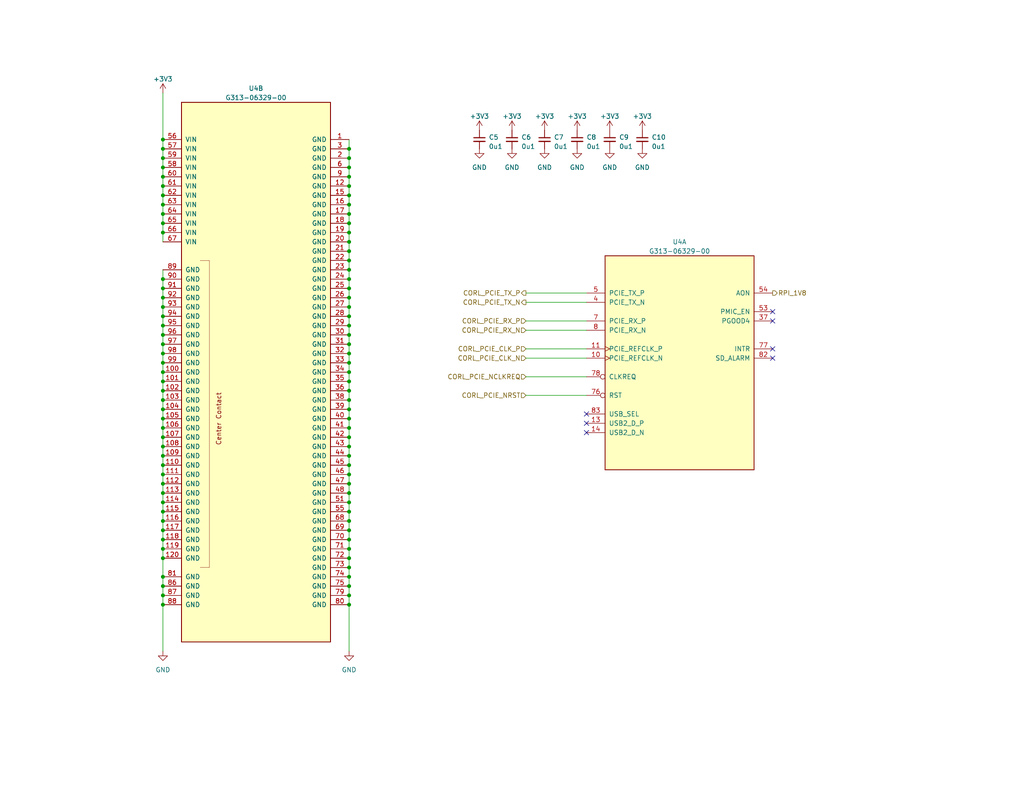
<source format=kicad_sch>
(kicad_sch (version 20210406) (generator eeschema)
  (paper "USLetter")
  (title_block (title "FlySensei RPi Stack - AI Subsystem") (date "2021-05-24") (rev "0.1") (company "George Mason University"))
  (lib_symbols
    (symbol "AI_Coral:G313-06329-00" (pin_names (offset 1.016))
      (property "Reference" "U" (at -24.13 13.97 0))
      (property "Value" "G313-06329-00" (at -24.13 11.43 0))
      (symbol "G313-06329-00_1_0"
        (rectangle (start -20.32 10.16) (end 20.32 -48.26) (stroke (width 0.254)) (fill (type background)))
      )
      (symbol "G313-06329-00_1_1"
        (pin input clock (at -25.4 -17.78 0) (length 5.08) (name "PCIE_REFCLK_N") (number "10"))
        (pin input clock (at -25.4 -15.24 0) (length 5.08) (name "PCIE_REFCLK_P") (number "11"))
        (pin bidirectional line (at -25.4 -35.56 0) (length 5.08) (name "USB2_D_P") (number "13"))
        (pin bidirectional line (at -25.4 -38.1 0) (length 5.08) (name "USB2_D_N") (number "14"))
        (pin output line (at 25.4 -7.62 180) (length 5.08) (name "PGOOD4") (number "37"))
        (pin output line (at -25.4 -2.54 0) (length 5.08) (name "PCIE_TX_N") (number "4"))
        (pin no_connect line (at 25.4 -27.94 180) (length 5.08) hide (name "RESERVED") (number "49"))
        (pin output line (at -25.4 0 0) (length 5.08) (name "PCIE_TX_P") (number "5"))
        (pin no_connect line (at 25.4 -30.48 180) (length 5.08) hide (name "RESERVED") (number "50"))
        (pin no_connect line (at 25.4 -33.02 180) (length 5.08) hide (name "RESERVED") (number "52"))
        (pin input line (at 25.4 -5.08 180) (length 5.08) (name "PMIC_EN") (number "53"))
        (pin power_in line (at 25.4 0 180) (length 5.08) (name "AON") (number "54"))
        (pin input line (at -25.4 -7.62 0) (length 5.08) (name "PCIE_RX_P") (number "7"))
        (pin input inverted (at -25.4 -27.94 0) (length 5.08) (name "RST") (number "76"))
        (pin output line (at 25.4 -15.24 180) (length 5.08) (name "INTR") (number "77"))
        (pin bidirectional inverted (at -25.4 -22.86 0) (length 5.08) (name "CLKREQ") (number "78"))
        (pin input line (at -25.4 -10.16 0) (length 5.08) (name "PCIE_RX_N") (number "8"))
        (pin output line (at 25.4 -17.78 180) (length 5.08) (name "SD_ALARM") (number "82"))
        (pin input line (at -25.4 -33.02 0) (length 5.08) (name "USB_SEL") (number "83"))
        (pin no_connect line (at 25.4 -35.56 180) (length 5.08) hide (name "RESERVED") (number "84"))
        (pin no_connect line (at 25.4 -38.1 180) (length 5.08) hide (name "RESERVED") (number "85"))
      )
      (symbol "G313-06329-00_2_0"
        (rectangle (start -20.32 10.16) (end 20.32 -137.16) (stroke (width 0.254)) (fill (type background)))
        (polyline (pts (xy -15.24 -33.02) (xy -12.7 -33.02) (xy -12.7 -116.84) (xy -15.24 -116.84)) (stroke (width 0.0006)))
      )
      (symbol "G313-06329-00_2_1"
        (text "Center Contact" (at -10.16 -76.2 900) (effects (font (size 1.27 1.27))))
        (pin power_in line (at 25.4 0 180) (length 5.08) (name "GND") (number "1"))
        (pin power_in line (at -25.4 -63.5 0) (length 5.08) (name "GND") (number "100"))
        (pin power_in line (at -25.4 -66.04 0) (length 5.08) (name "GND") (number "101"))
        (pin power_in line (at -25.4 -68.58 0) (length 5.08) (name "GND") (number "102"))
        (pin power_in line (at -25.4 -71.12 0) (length 5.08) (name "GND") (number "103"))
        (pin power_in line (at -25.4 -73.66 0) (length 5.08) (name "GND") (number "104"))
        (pin power_in line (at -25.4 -76.2 0) (length 5.08) (name "GND") (number "105"))
        (pin power_in line (at -25.4 -78.74 0) (length 5.08) (name "GND") (number "106"))
        (pin power_in line (at -25.4 -81.28 0) (length 5.08) (name "GND") (number "107"))
        (pin power_in line (at -25.4 -83.82 0) (length 5.08) (name "GND") (number "108"))
        (pin power_in line (at -25.4 -86.36 0) (length 5.08) (name "GND") (number "109"))
        (pin power_in line (at -25.4 -88.9 0) (length 5.08) (name "GND") (number "110"))
        (pin power_in line (at -25.4 -91.44 0) (length 5.08) (name "GND") (number "111"))
        (pin power_in line (at -25.4 -93.98 0) (length 5.08) (name "GND") (number "112"))
        (pin power_in line (at -25.4 -96.52 0) (length 5.08) (name "GND") (number "113"))
        (pin power_in line (at -25.4 -99.06 0) (length 5.08) (name "GND") (number "114"))
        (pin power_in line (at -25.4 -101.6 0) (length 5.08) (name "GND") (number "115"))
        (pin power_in line (at -25.4 -104.14 0) (length 5.08) (name "GND") (number "116"))
        (pin power_in line (at -25.4 -106.68 0) (length 5.08) (name "GND") (number "117"))
        (pin power_in line (at -25.4 -109.22 0) (length 5.08) (name "GND") (number "118"))
        (pin power_in line (at -25.4 -111.76 0) (length 5.08) (name "GND") (number "119"))
        (pin power_in line (at 25.4 -12.7 180) (length 5.08) (name "GND") (number "12"))
        (pin power_in line (at -25.4 -114.3 0) (length 5.08) (name "GND") (number "120"))
        (pin power_in line (at 25.4 -15.24 180) (length 5.08) (name "GND") (number "15"))
        (pin power_in line (at 25.4 -17.78 180) (length 5.08) (name "GND") (number "16"))
        (pin power_in line (at 25.4 -20.32 180) (length 5.08) (name "GND") (number "17"))
        (pin power_in line (at 25.4 -22.86 180) (length 5.08) (name "GND") (number "18"))
        (pin power_in line (at 25.4 -25.4 180) (length 5.08) (name "GND") (number "19"))
        (pin power_in line (at 25.4 -5.08 180) (length 5.08) (name "GND") (number "2"))
        (pin power_in line (at 25.4 -27.94 180) (length 5.08) (name "GND") (number "20"))
        (pin power_in line (at 25.4 -30.48 180) (length 5.08) (name "GND") (number "21"))
        (pin power_in line (at 25.4 -33.02 180) (length 5.08) (name "GND") (number "22"))
        (pin power_in line (at 25.4 -35.56 180) (length 5.08) (name "GND") (number "23"))
        (pin power_in line (at 25.4 -38.1 180) (length 5.08) (name "GND") (number "24"))
        (pin power_in line (at 25.4 -40.64 180) (length 5.08) (name "GND") (number "25"))
        (pin power_in line (at 25.4 -43.18 180) (length 5.08) (name "GND") (number "26"))
        (pin power_in line (at 25.4 -45.72 180) (length 5.08) (name "GND") (number "27"))
        (pin power_in line (at 25.4 -48.26 180) (length 5.08) (name "GND") (number "28"))
        (pin power_in line (at 25.4 -50.8 180) (length 5.08) (name "GND") (number "29"))
        (pin power_in line (at 25.4 -2.54 180) (length 5.08) (name "GND") (number "3"))
        (pin power_in line (at 25.4 -53.34 180) (length 5.08) (name "GND") (number "30"))
        (pin power_in line (at 25.4 -55.88 180) (length 5.08) (name "GND") (number "31"))
        (pin power_in line (at 25.4 -58.42 180) (length 5.08) (name "GND") (number "32"))
        (pin power_in line (at 25.4 -60.96 180) (length 5.08) (name "GND") (number "33"))
        (pin power_in line (at 25.4 -63.5 180) (length 5.08) (name "GND") (number "34"))
        (pin power_in line (at 25.4 -66.04 180) (length 5.08) (name "GND") (number "35"))
        (pin power_in line (at 25.4 -68.58 180) (length 5.08) (name "GND") (number "36"))
        (pin power_in line (at 25.4 -71.12 180) (length 5.08) (name "GND") (number "38"))
        (pin power_in line (at 25.4 -73.66 180) (length 5.08) (name "GND") (number "39"))
        (pin power_in line (at 25.4 -76.2 180) (length 5.08) (name "GND") (number "40"))
        (pin power_in line (at 25.4 -78.74 180) (length 5.08) (name "GND") (number "41"))
        (pin power_in line (at 25.4 -81.28 180) (length 5.08) (name "GND") (number "42"))
        (pin power_in line (at 25.4 -83.82 180) (length 5.08) (name "GND") (number "43"))
        (pin power_in line (at 25.4 -86.36 180) (length 5.08) (name "GND") (number "44"))
        (pin power_in line (at 25.4 -88.9 180) (length 5.08) (name "GND") (number "45"))
        (pin power_in line (at 25.4 -91.44 180) (length 5.08) (name "GND") (number "46"))
        (pin power_in line (at 25.4 -93.98 180) (length 5.08) (name "GND") (number "47"))
        (pin power_in line (at 25.4 -96.52 180) (length 5.08) (name "GND") (number "48"))
        (pin power_in line (at 25.4 -99.06 180) (length 5.08) (name "GND") (number "51"))
        (pin power_in line (at 25.4 -101.6 180) (length 5.08) (name "GND") (number "55"))
        (pin power_in line (at -25.4 0 0) (length 5.08) (name "VIN") (number "56"))
        (pin power_in line (at -25.4 -2.54 0) (length 5.08) (name "VIN") (number "57"))
        (pin power_in line (at -25.4 -7.62 0) (length 5.08) (name "VIN") (number "58"))
        (pin power_in line (at -25.4 -5.08 0) (length 5.08) (name "VIN") (number "59"))
        (pin power_in line (at 25.4 -7.62 180) (length 5.08) (name "GND") (number "6"))
        (pin power_in line (at -25.4 -10.16 0) (length 5.08) (name "VIN") (number "60"))
        (pin power_in line (at -25.4 -12.7 0) (length 5.08) (name "VIN") (number "61"))
        (pin power_in line (at -25.4 -15.24 0) (length 5.08) (name "VIN") (number "62"))
        (pin power_in line (at -25.4 -17.78 0) (length 5.08) (name "VIN") (number "63"))
        (pin power_in line (at -25.4 -20.32 0) (length 5.08) (name "VIN") (number "64"))
        (pin power_in line (at -25.4 -22.86 0) (length 5.08) (name "VIN") (number "65"))
        (pin power_in line (at -25.4 -25.4 0) (length 5.08) (name "VIN") (number "66"))
        (pin power_in line (at -25.4 -27.94 0) (length 5.08) (name "VIN") (number "67"))
        (pin power_in line (at 25.4 -104.14 180) (length 5.08) (name "GND") (number "68"))
        (pin power_in line (at 25.4 -106.68 180) (length 5.08) (name "GND") (number "69"))
        (pin power_in line (at 25.4 -109.22 180) (length 5.08) (name "GND") (number "70"))
        (pin power_in line (at 25.4 -111.76 180) (length 5.08) (name "GND") (number "71"))
        (pin power_in line (at 25.4 -114.3 180) (length 5.08) (name "GND") (number "72"))
        (pin power_in line (at 25.4 -116.84 180) (length 5.08) (name "GND") (number "73"))
        (pin power_in line (at 25.4 -119.38 180) (length 5.08) (name "GND") (number "74"))
        (pin power_in line (at 25.4 -121.92 180) (length 5.08) (name "GND") (number "75"))
        (pin power_in line (at 25.4 -124.46 180) (length 5.08) (name "GND") (number "79"))
        (pin power_in line (at 25.4 -127 180) (length 5.08) (name "GND") (number "80"))
        (pin power_in line (at -25.4 -119.38 0) (length 5.08) (name "GND") (number "81"))
        (pin power_in line (at -25.4 -121.92 0) (length 5.08) (name "GND") (number "86"))
        (pin power_in line (at -25.4 -124.46 0) (length 5.08) (name "GND") (number "87"))
        (pin power_in line (at -25.4 -127 0) (length 5.08) (name "GND") (number "88"))
        (pin power_in line (at -25.4 -35.56 0) (length 5.08) (name "GND") (number "89"))
        (pin power_in line (at 25.4 -10.16 180) (length 5.08) (name "GND") (number "9"))
        (pin power_in line (at -25.4 -38.1 0) (length 5.08) (name "GND") (number "90"))
        (pin power_in line (at -25.4 -40.64 0) (length 5.08) (name "GND") (number "91"))
        (pin power_in line (at -25.4 -43.18 0) (length 5.08) (name "GND") (number "92"))
        (pin power_in line (at -25.4 -45.72 0) (length 5.08) (name "GND") (number "93"))
        (pin power_in line (at -25.4 -48.26 0) (length 5.08) (name "GND") (number "94"))
        (pin power_in line (at -25.4 -50.8 0) (length 5.08) (name "GND") (number "95"))
        (pin power_in line (at -25.4 -53.34 0) (length 5.08) (name "GND") (number "96"))
        (pin power_in line (at -25.4 -55.88 0) (length 5.08) (name "GND") (number "97"))
        (pin power_in line (at -25.4 -58.42 0) (length 5.08) (name "GND") (number "98"))
        (pin power_in line (at -25.4 -60.96 0) (length 5.08) (name "GND") (number "99"))
      )
    )
    (symbol "Device:C_Small" (pin_numbers hide) (pin_names (offset 0.254) hide)
      (property "Reference" "C" (at 0.254 1.778 0))
      (property "Value" "C_Small" (at 0.254 -2.032 0))
      (symbol "C_Small_0_1"
        (polyline (pts (xy -1.524 -0.508) (xy 1.524 -0.508)) (stroke (width 0.3302)))
        (polyline (pts (xy -1.524 0.508) (xy 1.524 0.508)) (stroke (width 0.3048)))
      )
      (symbol "C_Small_1_1"
        (pin passive line (at 0 2.54 270) (length 2.032) (name "~") (number "1"))
        (pin passive line (at 0 -2.54 90) (length 2.032) (name "~") (number "2"))
      )
    )
    (symbol "power:+3V3" (power) (pin_names (offset 0))
      (property "Value" "+3V3" (at 0 3.556 0))
      (symbol "+3V3_0_1"
        (polyline (pts (xy -0.762 1.27) (xy 0 2.54)))
        (polyline (pts (xy 0 0) (xy 0 2.54)))
        (polyline (pts (xy 0 2.54) (xy 0.762 1.27)))
      )
      (symbol "+3V3_1_1"
        (pin power_in line (at 0 0 90) (length 0) hide (name "+3V3") (number "1"))
      )
    )
    (symbol "power:GND" (power) (pin_names (offset 0))
      (property "Value" "GND" (at 0 -3.81 0))
      (symbol "GND_0_1"
        (polyline (pts (xy 0 0) (xy 0 -1.27) (xy 1.27 -1.27) (xy 0 -2.54) (xy -1.27 -1.27) (xy 0 -1.27)))
      )
      (symbol "GND_1_1"
        (pin power_in line (at 0 0 270) (length 0) hide (name "GND") (number "1"))
      )
    )
  )
  (junction (at 44.45 38.1) (diameter 0.9144))
  (junction (at 44.45 40.64) (diameter 0.9144))
  (junction (at 44.45 43.18) (diameter 0.9144))
  (junction (at 44.45 45.72) (diameter 0.9144))
  (junction (at 44.45 48.26) (diameter 0.9144))
  (junction (at 44.45 50.8) (diameter 0.9144))
  (junction (at 44.45 53.34) (diameter 0.9144))
  (junction (at 44.45 55.88) (diameter 0.9144))
  (junction (at 44.45 58.42) (diameter 0.9144))
  (junction (at 44.45 60.96) (diameter 0.9144))
  (junction (at 44.45 63.5) (diameter 0.9144))
  (junction (at 44.45 76.2) (diameter 0.9144))
  (junction (at 44.45 78.74) (diameter 0.9144))
  (junction (at 44.45 81.28) (diameter 0.9144))
  (junction (at 44.45 83.82) (diameter 0.9144))
  (junction (at 44.45 86.36) (diameter 0.9144))
  (junction (at 44.45 88.9) (diameter 0.9144))
  (junction (at 44.45 91.44) (diameter 0.9144))
  (junction (at 44.45 93.98) (diameter 0.9144))
  (junction (at 44.45 96.52) (diameter 0.9144))
  (junction (at 44.45 99.06) (diameter 0.9144))
  (junction (at 44.45 101.6) (diameter 0.9144))
  (junction (at 44.45 104.14) (diameter 0.9144))
  (junction (at 44.45 106.68) (diameter 0.9144))
  (junction (at 44.45 109.22) (diameter 0.9144))
  (junction (at 44.45 111.76) (diameter 0.9144))
  (junction (at 44.45 114.3) (diameter 0.9144))
  (junction (at 44.45 116.84) (diameter 0.9144))
  (junction (at 44.45 119.38) (diameter 0.9144))
  (junction (at 44.45 121.92) (diameter 0.9144))
  (junction (at 44.45 124.46) (diameter 0.9144))
  (junction (at 44.45 127) (diameter 0.9144))
  (junction (at 44.45 129.54) (diameter 0.9144))
  (junction (at 44.45 132.08) (diameter 0.9144))
  (junction (at 44.45 134.62) (diameter 0.9144))
  (junction (at 44.45 137.16) (diameter 0.9144))
  (junction (at 44.45 139.7) (diameter 0.9144))
  (junction (at 44.45 142.24) (diameter 0.9144))
  (junction (at 44.45 144.78) (diameter 0.9144))
  (junction (at 44.45 147.32) (diameter 0.9144))
  (junction (at 44.45 149.86) (diameter 0.9144))
  (junction (at 44.45 152.4) (diameter 0.9144))
  (junction (at 44.45 157.48) (diameter 0.9144))
  (junction (at 44.45 160.02) (diameter 0.9144))
  (junction (at 44.45 162.56) (diameter 0.9144))
  (junction (at 44.45 165.1) (diameter 0.9144))
  (junction (at 95.25 40.64) (diameter 0.9144))
  (junction (at 95.25 43.18) (diameter 0.9144))
  (junction (at 95.25 45.72) (diameter 0.9144))
  (junction (at 95.25 48.26) (diameter 0.9144))
  (junction (at 95.25 50.8) (diameter 0.9144))
  (junction (at 95.25 53.34) (diameter 0.9144))
  (junction (at 95.25 55.88) (diameter 0.9144))
  (junction (at 95.25 58.42) (diameter 0.9144))
  (junction (at 95.25 60.96) (diameter 0.9144))
  (junction (at 95.25 63.5) (diameter 0.9144))
  (junction (at 95.25 66.04) (diameter 0.9144))
  (junction (at 95.25 68.58) (diameter 0.9144))
  (junction (at 95.25 71.12) (diameter 0.9144))
  (junction (at 95.25 73.66) (diameter 0.9144))
  (junction (at 95.25 76.2) (diameter 0.9144))
  (junction (at 95.25 78.74) (diameter 0.9144))
  (junction (at 95.25 81.28) (diameter 0.9144))
  (junction (at 95.25 83.82) (diameter 0.9144))
  (junction (at 95.25 86.36) (diameter 0.9144))
  (junction (at 95.25 88.9) (diameter 0.9144))
  (junction (at 95.25 91.44) (diameter 0.9144))
  (junction (at 95.25 93.98) (diameter 0.9144))
  (junction (at 95.25 96.52) (diameter 0.9144))
  (junction (at 95.25 99.06) (diameter 0.9144))
  (junction (at 95.25 101.6) (diameter 0.9144))
  (junction (at 95.25 104.14) (diameter 0.9144))
  (junction (at 95.25 106.68) (diameter 0.9144))
  (junction (at 95.25 109.22) (diameter 0.9144))
  (junction (at 95.25 111.76) (diameter 0.9144))
  (junction (at 95.25 114.3) (diameter 0.9144))
  (junction (at 95.25 116.84) (diameter 0.9144))
  (junction (at 95.25 119.38) (diameter 0.9144))
  (junction (at 95.25 121.92) (diameter 0.9144))
  (junction (at 95.25 124.46) (diameter 0.9144))
  (junction (at 95.25 127) (diameter 0.9144))
  (junction (at 95.25 129.54) (diameter 0.9144))
  (junction (at 95.25 132.08) (diameter 0.9144))
  (junction (at 95.25 134.62) (diameter 0.9144))
  (junction (at 95.25 137.16) (diameter 0.9144))
  (junction (at 95.25 139.7) (diameter 0.9144))
  (junction (at 95.25 142.24) (diameter 0.9144))
  (junction (at 95.25 144.78) (diameter 0.9144))
  (junction (at 95.25 147.32) (diameter 0.9144))
  (junction (at 95.25 149.86) (diameter 0.9144))
  (junction (at 95.25 152.4) (diameter 0.9144))
  (junction (at 95.25 154.94) (diameter 0.9144))
  (junction (at 95.25 157.48) (diameter 0.9144))
  (junction (at 95.25 160.02) (diameter 0.9144))
  (junction (at 95.25 162.56) (diameter 0.9144))
  (junction (at 95.25 165.1) (diameter 0.9144))
  (no_connect (at 160.02 113.03))
  (no_connect (at 160.02 115.57))
  (no_connect (at 160.02 118.11))
  (no_connect (at 210.82 85.09))
  (no_connect (at 210.82 87.63))
  (no_connect (at 210.82 95.25))
  (no_connect (at 210.82 97.79))
  (wire (pts (xy 44.45 25.4) (xy 44.45 38.1)))
  (wire (pts (xy 44.45 38.1) (xy 44.45 40.64)))
  (wire (pts (xy 44.45 40.64) (xy 44.45 43.18)))
  (wire (pts (xy 44.45 43.18) (xy 44.45 45.72)))
  (wire (pts (xy 44.45 45.72) (xy 44.45 48.26)))
  (wire (pts (xy 44.45 48.26) (xy 44.45 50.8)))
  (wire (pts (xy 44.45 50.8) (xy 44.45 53.34)))
  (wire (pts (xy 44.45 53.34) (xy 44.45 55.88)))
  (wire (pts (xy 44.45 55.88) (xy 44.45 58.42)))
  (wire (pts (xy 44.45 58.42) (xy 44.45 60.96)))
  (wire (pts (xy 44.45 60.96) (xy 44.45 63.5)))
  (wire (pts (xy 44.45 63.5) (xy 44.45 66.04)))
  (wire (pts (xy 44.45 73.66) (xy 44.45 76.2)))
  (wire (pts (xy 44.45 76.2) (xy 44.45 78.74)))
  (wire (pts (xy 44.45 78.74) (xy 44.45 81.28)))
  (wire (pts (xy 44.45 81.28) (xy 44.45 83.82)))
  (wire (pts (xy 44.45 83.82) (xy 44.45 86.36)))
  (wire (pts (xy 44.45 86.36) (xy 44.45 88.9)))
  (wire (pts (xy 44.45 88.9) (xy 44.45 91.44)))
  (wire (pts (xy 44.45 91.44) (xy 44.45 93.98)))
  (wire (pts (xy 44.45 93.98) (xy 44.45 96.52)))
  (wire (pts (xy 44.45 96.52) (xy 44.45 99.06)))
  (wire (pts (xy 44.45 99.06) (xy 44.45 101.6)))
  (wire (pts (xy 44.45 101.6) (xy 44.45 104.14)))
  (wire (pts (xy 44.45 104.14) (xy 44.45 106.68)))
  (wire (pts (xy 44.45 106.68) (xy 44.45 109.22)))
  (wire (pts (xy 44.45 109.22) (xy 44.45 111.76)))
  (wire (pts (xy 44.45 111.76) (xy 44.45 114.3)))
  (wire (pts (xy 44.45 114.3) (xy 44.45 116.84)))
  (wire (pts (xy 44.45 116.84) (xy 44.45 119.38)))
  (wire (pts (xy 44.45 119.38) (xy 44.45 121.92)))
  (wire (pts (xy 44.45 121.92) (xy 44.45 124.46)))
  (wire (pts (xy 44.45 124.46) (xy 44.45 127)))
  (wire (pts (xy 44.45 127) (xy 44.45 129.54)))
  (wire (pts (xy 44.45 129.54) (xy 44.45 132.08)))
  (wire (pts (xy 44.45 132.08) (xy 44.45 134.62)))
  (wire (pts (xy 44.45 134.62) (xy 44.45 137.16)))
  (wire (pts (xy 44.45 137.16) (xy 44.45 139.7)))
  (wire (pts (xy 44.45 139.7) (xy 44.45 142.24)))
  (wire (pts (xy 44.45 142.24) (xy 44.45 144.78)))
  (wire (pts (xy 44.45 144.78) (xy 44.45 147.32)))
  (wire (pts (xy 44.45 147.32) (xy 44.45 149.86)))
  (wire (pts (xy 44.45 149.86) (xy 44.45 152.4)))
  (wire (pts (xy 44.45 152.4) (xy 44.45 157.48)))
  (wire (pts (xy 44.45 157.48) (xy 44.45 160.02)))
  (wire (pts (xy 44.45 160.02) (xy 44.45 162.56)))
  (wire (pts (xy 44.45 162.56) (xy 44.45 165.1)))
  (wire (pts (xy 44.45 165.1) (xy 44.45 177.8)))
  (wire (pts (xy 95.25 38.1) (xy 95.25 40.64)))
  (wire (pts (xy 95.25 40.64) (xy 95.25 43.18)))
  (wire (pts (xy 95.25 43.18) (xy 95.25 45.72)))
  (wire (pts (xy 95.25 45.72) (xy 95.25 48.26)))
  (wire (pts (xy 95.25 48.26) (xy 95.25 50.8)))
  (wire (pts (xy 95.25 50.8) (xy 95.25 53.34)))
  (wire (pts (xy 95.25 53.34) (xy 95.25 55.88)))
  (wire (pts (xy 95.25 55.88) (xy 95.25 58.42)))
  (wire (pts (xy 95.25 58.42) (xy 95.25 60.96)))
  (wire (pts (xy 95.25 60.96) (xy 95.25 63.5)))
  (wire (pts (xy 95.25 63.5) (xy 95.25 66.04)))
  (wire (pts (xy 95.25 66.04) (xy 95.25 68.58)))
  (wire (pts (xy 95.25 68.58) (xy 95.25 71.12)))
  (wire (pts (xy 95.25 71.12) (xy 95.25 73.66)))
  (wire (pts (xy 95.25 73.66) (xy 95.25 76.2)))
  (wire (pts (xy 95.25 76.2) (xy 95.25 78.74)))
  (wire (pts (xy 95.25 78.74) (xy 95.25 81.28)))
  (wire (pts (xy 95.25 81.28) (xy 95.25 83.82)))
  (wire (pts (xy 95.25 83.82) (xy 95.25 86.36)))
  (wire (pts (xy 95.25 86.36) (xy 95.25 88.9)))
  (wire (pts (xy 95.25 88.9) (xy 95.25 91.44)))
  (wire (pts (xy 95.25 91.44) (xy 95.25 93.98)))
  (wire (pts (xy 95.25 93.98) (xy 95.25 96.52)))
  (wire (pts (xy 95.25 96.52) (xy 95.25 99.06)))
  (wire (pts (xy 95.25 99.06) (xy 95.25 101.6)))
  (wire (pts (xy 95.25 101.6) (xy 95.25 104.14)))
  (wire (pts (xy 95.25 104.14) (xy 95.25 106.68)))
  (wire (pts (xy 95.25 106.68) (xy 95.25 109.22)))
  (wire (pts (xy 95.25 109.22) (xy 95.25 111.76)))
  (wire (pts (xy 95.25 111.76) (xy 95.25 114.3)))
  (wire (pts (xy 95.25 114.3) (xy 95.25 116.84)))
  (wire (pts (xy 95.25 116.84) (xy 95.25 119.38)))
  (wire (pts (xy 95.25 119.38) (xy 95.25 121.92)))
  (wire (pts (xy 95.25 121.92) (xy 95.25 124.46)))
  (wire (pts (xy 95.25 124.46) (xy 95.25 127)))
  (wire (pts (xy 95.25 127) (xy 95.25 129.54)))
  (wire (pts (xy 95.25 129.54) (xy 95.25 132.08)))
  (wire (pts (xy 95.25 132.08) (xy 95.25 134.62)))
  (wire (pts (xy 95.25 134.62) (xy 95.25 137.16)))
  (wire (pts (xy 95.25 137.16) (xy 95.25 139.7)))
  (wire (pts (xy 95.25 139.7) (xy 95.25 142.24)))
  (wire (pts (xy 95.25 142.24) (xy 95.25 144.78)))
  (wire (pts (xy 95.25 144.78) (xy 95.25 147.32)))
  (wire (pts (xy 95.25 147.32) (xy 95.25 149.86)))
  (wire (pts (xy 95.25 149.86) (xy 95.25 152.4)))
  (wire (pts (xy 95.25 152.4) (xy 95.25 154.94)))
  (wire (pts (xy 95.25 154.94) (xy 95.25 157.48)))
  (wire (pts (xy 95.25 157.48) (xy 95.25 160.02)))
  (wire (pts (xy 95.25 160.02) (xy 95.25 162.56)))
  (wire (pts (xy 95.25 162.56) (xy 95.25 165.1)))
  (wire (pts (xy 95.25 165.1) (xy 95.25 177.8)))
  (wire (pts (xy 143.51 80.01) (xy 160.02 80.01)))
  (wire (pts (xy 143.51 82.55) (xy 160.02 82.55)))
  (wire (pts (xy 143.51 87.63) (xy 160.02 87.63)))
  (wire (pts (xy 143.51 90.17) (xy 160.02 90.17)))
  (wire (pts (xy 143.51 95.25) (xy 160.02 95.25)))
  (wire (pts (xy 143.51 97.79) (xy 160.02 97.79)))
  (wire (pts (xy 143.51 102.87) (xy 160.02 102.87)))
  (wire (pts (xy 143.51 107.95) (xy 160.02 107.95)))
  (hierarchical_label "CORL_PCIE_TX_P" (shape output) (at 143.51 80.01 180))
  (hierarchical_label "CORL_PCIE_TX_N" (shape output) (at 143.51 82.55 180))
  (hierarchical_label "CORL_PCIE_RX_P" (shape input) (at 143.51 87.63 180))
  (hierarchical_label "CORL_PCIE_RX_N" (shape input) (at 143.51 90.17 180))
  (hierarchical_label "CORL_PCIE_CLK_P" (shape input) (at 143.51 95.25 180))
  (hierarchical_label "CORL_PCIE_CLK_N" (shape input) (at 143.51 97.79 180))
  (hierarchical_label "CORL_PCIE_NCLKREQ" (shape input) (at 143.51 102.87 180))
  (hierarchical_label "CORL_PCIE_NRST" (shape input) (at 143.51 107.95 180))
  (hierarchical_label "RPI_1V8" (shape output) (at 210.82 80.01 0))
  (symbol (lib_id "power:+3V3") (at 44.45 25.4 0) (unit 1)
    (property "Reference" "#PWR0125" (effects hide))
    (property "Value" "+3V3" (at 44.45 21.59 0))
  )
  (symbol (lib_id "power:+3V3") (at 130.81 35.56 0) (unit 1)
    (property "Reference" "#PWR0133" (effects hide))
    (property "Value" "+3V3" (at 130.81 31.75 0))
  )
  (symbol (lib_id "power:+3V3") (at 139.7 35.56 0) (unit 1)
    (property "Reference" "#PWR0134" (effects hide))
    (property "Value" "+3V3" (at 139.7 31.75 0))
  )
  (symbol (lib_id "power:+3V3") (at 148.59 35.56 0) (unit 1)
    (property "Reference" "#PWR0128" (effects hide))
    (property "Value" "+3V3" (at 148.59 31.75 0))
  )
  (symbol (lib_id "power:+3V3") (at 157.48 35.56 0) (unit 1)
    (property "Reference" "#PWR0129" (effects hide))
    (property "Value" "+3V3" (at 157.48 31.75 0))
  )
  (symbol (lib_id "power:+3V3") (at 166.37 35.56 0) (unit 1)
    (property "Reference" "#PWR0137" (effects hide))
    (property "Value" "+3V3" (at 166.37 31.75 0))
  )
  (symbol (lib_id "power:+3V3") (at 175.26 35.56 0) (unit 1)
    (property "Reference" "#PWR0138" (effects hide))
    (property "Value" "+3V3" (at 175.26 31.75 0))
  )
  (symbol (lib_id "power:GND") (at 44.45 177.8 0) (unit 1)
    (property "Reference" "#PWR0126" (effects hide))
    (property "Value" "GND" (at 44.45 182.88 0))
  )
  (symbol (lib_id "power:GND") (at 95.25 177.8 0) (unit 1)
    (property "Reference" "#PWR0127" (effects hide))
    (property "Value" "GND" (at 95.25 182.88 0))
  )
  (symbol (lib_id "power:GND") (at 130.81 40.64 0) (unit 1)
    (property "Reference" "#PWR0135" (effects hide))
    (property "Value" "GND" (at 130.81 45.72 0))
  )
  (symbol (lib_id "power:GND") (at 139.7 40.64 0) (unit 1)
    (property "Reference" "#PWR0132" (effects hide))
    (property "Value" "GND" (at 139.7 45.72 0))
  )
  (symbol (lib_id "power:GND") (at 148.59 40.64 0) (unit 1)
    (property "Reference" "#PWR0131" (effects hide))
    (property "Value" "GND" (at 148.59 45.72 0))
  )
  (symbol (lib_id "power:GND") (at 157.48 40.64 0) (unit 1)
    (property "Reference" "#PWR0130" (effects hide))
    (property "Value" "GND" (at 157.48 45.72 0))
  )
  (symbol (lib_id "power:GND") (at 166.37 40.64 0) (unit 1)
    (property "Reference" "#PWR0139" (effects hide))
    (property "Value" "GND" (at 166.37 45.72 0))
  )
  (symbol (lib_id "power:GND") (at 175.26 40.64 0) (unit 1)
    (property "Reference" "#PWR0136" (effects hide))
    (property "Value" "GND" (at 175.26 45.72 0))
  )
  (symbol (lib_id "Device:C_Small") (at 130.81 38.1 0) (unit 1)
    (property "Reference" "C5" (at 133.35 37.4649 0) (effects (justify left)))
    (property "Value" "0u1" (at 133.35 40.0049 0) (effects (justify left)))
  )
  (symbol (lib_id "Device:C_Small") (at 139.7 38.1 0) (unit 1)
    (property "Reference" "C6" (at 142.24 37.4649 0) (effects (justify left)))
    (property "Value" "0u1" (at 142.24 40.0049 0) (effects (justify left)))
  )
  (symbol (lib_id "Device:C_Small") (at 148.59 38.1 0) (unit 1)
    (property "Reference" "C7" (at 151.13 37.4649 0) (effects (justify left)))
    (property "Value" "0u1" (at 151.13 40.0049 0) (effects (justify left)))
  )
  (symbol (lib_id "Device:C_Small") (at 157.48 38.1 0) (unit 1)
    (property "Reference" "C8" (at 160.02 37.4649 0) (effects (justify left)))
    (property "Value" "0u1" (at 160.02 40.0049 0) (effects (justify left)))
  )
  (symbol (lib_id "Device:C_Small") (at 166.37 38.1 0) (unit 1)
    (property "Reference" "C9" (at 168.91 37.4649 0) (effects (justify left)))
    (property "Value" "0u1" (at 168.91 40.0049 0) (effects (justify left)))
  )
  (symbol (lib_id "Device:C_Small") (at 175.26 38.1 0) (unit 1)
    (property "Reference" "C10" (at 177.8 37.4649 0) (effects (justify left)))
    (property "Value" "0u1" (at 177.8 40.0049 0) (effects (justify left)))
  )
  (symbol (lib_id "AI_Coral:G313-06329-00") (at 185.42 80.01 0) (unit 1)
    (property "Reference" "U4" (at 185.42 66.04 0))
    (property "Value" "G313-06329-00" (at 185.42 68.58 0))
    (property "Footprint" "AI_Coral:G313-06329-00" (effects hide))
    (property "Datasheet" "https://coral.ai/static/files/Coral-Accelerator-Module-datasheet.pdf" (effects hide))
    (property "MAXIMUM_PACKAGE_HEIGHT" "1.55 mm" (effects hide))
    (property "MANUFACTURER" "Coral" (effects hide))
    (property "PARTREV" "1.3" (effects hide))
    (property "STANDARD" "Manufacturer Recommendations" (effects hide))
  )
  (symbol (lib_id "AI_Coral:G313-06329-00") (at 69.85 38.1 0) (unit 2)
    (property "Reference" "U4" (at 69.85 24.13 0))
    (property "Value" "G313-06329-00" (at 69.85 26.67 0))
    (property "Footprint" "AI_Coral:G313-06329-00" (effects hide))
    (property "Datasheet" "https://coral.ai/static/files/Coral-Accelerator-Module-datasheet.pdf" (effects hide))
    (property "MAXIMUM_PACKAGE_HEIGHT" "1.55 mm" (effects hide))
    (property "MANUFACTURER" "Coral" (effects hide))
    (property "PARTREV" "1.3" (effects hide))
    (property "STANDARD" "Manufacturer Recommendations" (effects hide))
  )
)
</source>
